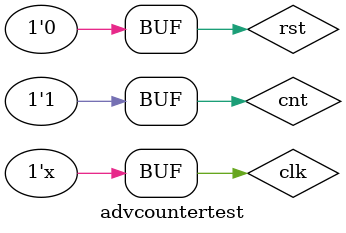
<source format=v>
`timescale 1ns / 1ps


module advcountertest;

	// Inputs
	reg clk;
	reg rst;
	reg cnt;

	// Outputs
	wire [3:0] ones;
	wire [3:0] tens;
	wire carry;

	// Instantiate the Unit Under Test (UUT)
	adv_counter uut (
		.clk(clk), 
		.rst(rst), 
		.cnt(cnt), 
		.ones(ones), 
		.tens(tens), 
		.carry(carry)
	);

	initial begin
		// Initialize Inputs
		clk = 0;
		rst = 0;
		cnt = 1;

		// Wait 100 ns for global reset to finish
		#100;
        
		// Add stimulus here
		#50 rst = 1;
		#50 rst = 0;
	end
	
	always clk = #5 ~clk;
      
endmodule


</source>
